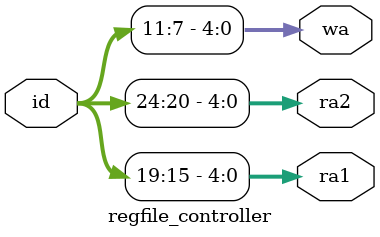
<source format=v>
module regfile_controller (
  input [31:0] id,
  output [4:0] ra1,
  output [4:0] ra2,
  output [4:0] wa
);

assign ra1 = id[19:15];
assign ra2 = id[24:20];
assign wa = id[11:7];

endmodule

</source>
